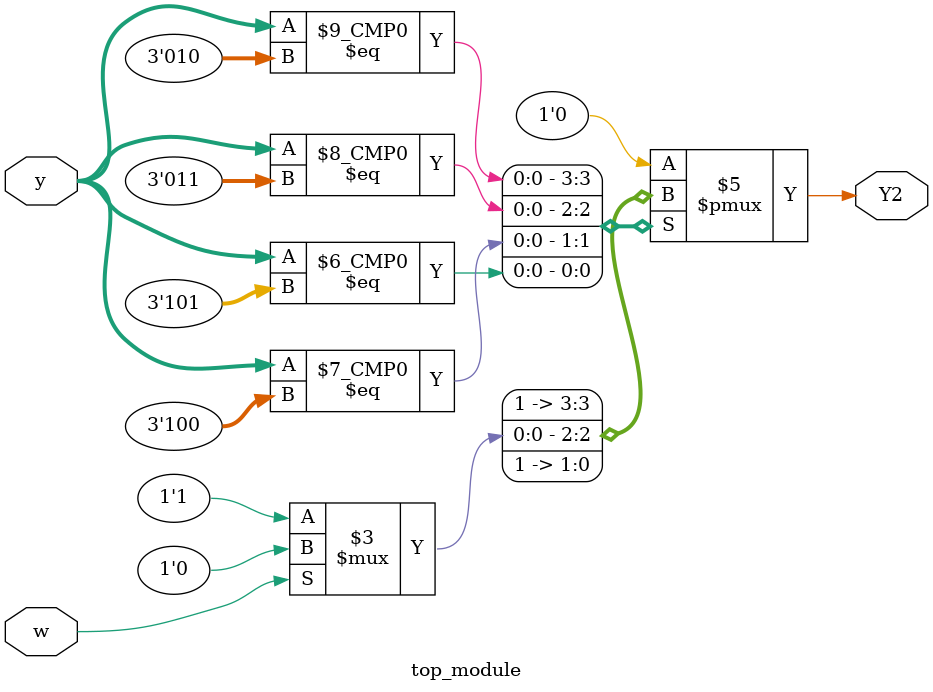
<source format=sv>
module top_module(
	input [3:1] y,
	input w,
	output reg Y2);

	always @(*) begin
		casez (y)
			3'b000: Y2 = 1'b0; // A -> B
			3'b001: Y2 = 1'b0; // B -> A
			3'b010: Y2 = 1'b1; // C -> D
			3'b011: Y2 = (w == 1'b0) ? 1'b1 : 1'b0; // D -> A or D -> F
			3'b100: Y2 = 1'b1; // E -> D
			3'b101: Y2 = 1'b1; // F -> D
			default: Y2 = 1'b0; // Default
		endcase
	end

endmodule

</source>
